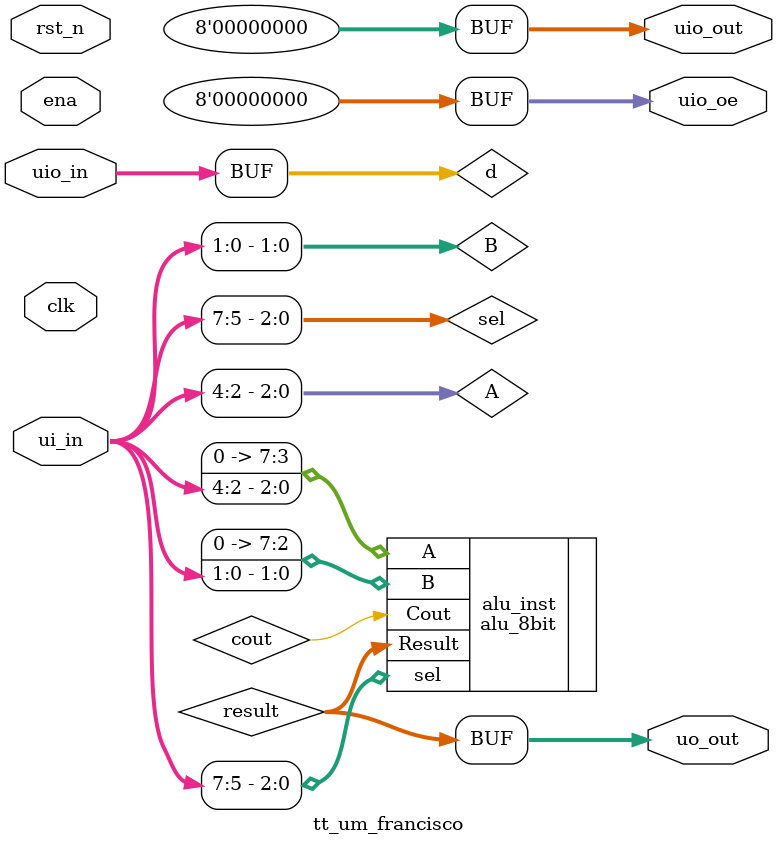
<source format=v>
module tt_um_francisco (
    input  [7:0] ui_in,
    output [7:0] uo_out,
    output [7:0] uio_out,
    input  [7:0] uio_in,
    output [7:0] uio_oe,
    input clk,
    input ena,
    input rst_n
);

    // Mapeo sin solapamiento:
    wire [2:0] sel = ui_in[7:5];  // selección de operación
    wire [2:0] A   = ui_in[4:2];  // A reducido a 3 bits
    wire [1:0] B   = ui_in[1:0];  // B reducido a 2 bits

    wire [7:0] result;
    wire cout;
    wire [7:0] d;


    // Expandir A y B a 8 bits para la ALU
    alu_8bit alu_inst (
        .A({5'b00000, A}),
        .B({6'b000000, B}),
        .sel(sel),
        .Result(result),
        .Cout(cout)
    );

    assign uo_out = result;
    assign uio_out = 8'b00000000; // o alguna lógica válida
    assign uio_oe = 8'b00000000;        // habilita todas las salidas
    assign d = uio_in;

endmodule

</source>
